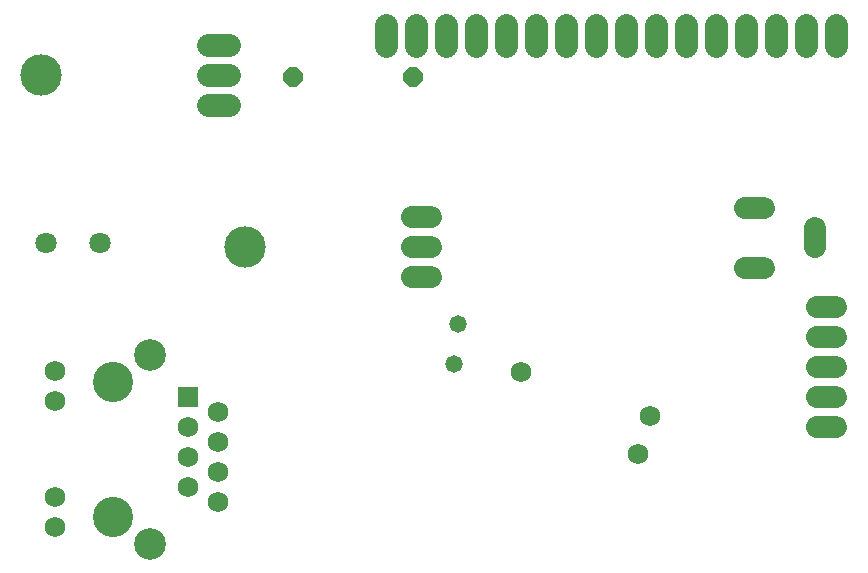
<source format=gbr>
G04 EAGLE Gerber RS-274X export*
G75*
%MOMM*%
%FSLAX34Y34*%
%LPD*%
%INSoldermask Bottom*%
%IPPOS*%
%AMOC8*
5,1,8,0,0,1.08239X$1,22.5*%
G01*
%ADD10C,1.828800*%
%ADD11P,1.759533X8X22.500000*%
%ADD12C,1.981200*%
%ADD13R,1.727200X1.727200*%
%ADD14C,1.727200*%
%ADD15C,2.679700*%
%ADD16C,3.403600*%
%ADD17C,1.930400*%
%ADD18C,3.505200*%
%ADD19C,1.803200*%
%ADD20C,1.473200*%


D10*
X864616Y343408D02*
X880872Y343408D01*
X880872Y318008D02*
X864616Y318008D01*
X864616Y292608D02*
X880872Y292608D01*
X880872Y267208D02*
X864616Y267208D01*
X864616Y241808D02*
X880872Y241808D01*
D11*
X420624Y538480D03*
X522224Y538480D03*
D12*
X880413Y564713D02*
X880413Y582493D01*
X855013Y582493D02*
X855013Y564713D01*
X829613Y564713D02*
X829613Y582493D01*
X804213Y582493D02*
X804213Y564713D01*
X778813Y564713D02*
X778813Y582493D01*
X753413Y582493D02*
X753413Y564713D01*
X728013Y564713D02*
X728013Y582493D01*
X702613Y582493D02*
X702613Y564713D01*
X677213Y564713D02*
X677213Y582493D01*
X651813Y582493D02*
X651813Y564713D01*
X626413Y564713D02*
X626413Y582493D01*
X601013Y582493D02*
X601013Y564713D01*
X575613Y564713D02*
X575613Y582493D01*
X550213Y582493D02*
X550213Y564713D01*
X524813Y564713D02*
X524813Y582493D01*
X499413Y582493D02*
X499413Y564713D01*
D13*
X331724Y267970D03*
D14*
X357124Y255270D03*
X331724Y242570D03*
X357124Y229870D03*
X331724Y217170D03*
X357124Y204470D03*
X331724Y191770D03*
X357124Y179070D03*
D15*
X299974Y303530D03*
X299974Y143510D03*
D14*
X219202Y157480D03*
X219202Y182880D03*
X219202Y289560D03*
X219202Y264160D03*
D16*
X268224Y280670D03*
X268224Y166370D03*
D17*
X348996Y515112D02*
X366268Y515112D01*
X366268Y540512D02*
X348996Y540512D01*
X348996Y565912D02*
X366268Y565912D01*
D18*
X207772Y540512D03*
D10*
X521716Y368808D02*
X537972Y368808D01*
X537972Y394208D02*
X521716Y394208D01*
X521716Y419608D02*
X537972Y419608D01*
D18*
X379984Y394208D03*
D10*
X862584Y394208D02*
X862584Y410464D01*
X819912Y427736D02*
X803656Y427736D01*
X803656Y376936D02*
X819912Y376936D01*
D19*
X211328Y398272D03*
X257048Y398272D03*
D14*
X713232Y219456D03*
X723393Y251827D03*
D20*
X560832Y329184D03*
X556768Y295724D03*
D14*
X613664Y288544D03*
M02*

</source>
